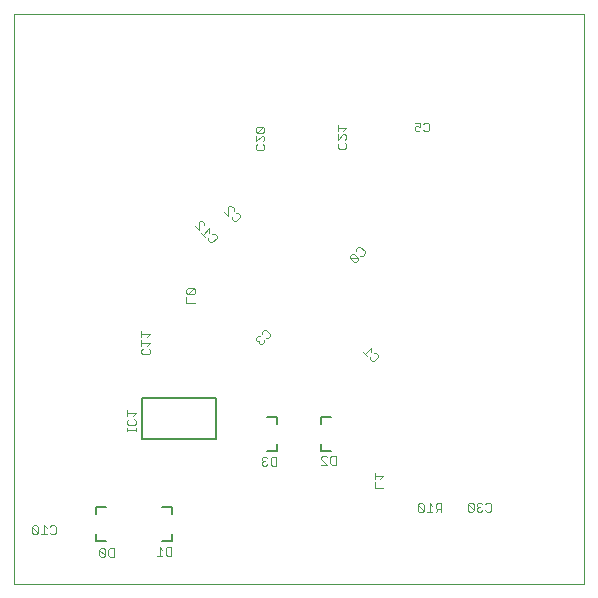
<source format=gbo>
G75*
%MOIN*%
%OFA0B0*%
%FSLAX24Y24*%
%IPPOS*%
%LPD*%
%AMOC8*
5,1,8,0,0,1.08239X$1,22.5*
%
%ADD10C,0.0000*%
%ADD11C,0.0030*%
%ADD12C,0.0060*%
D10*
X001150Y002646D02*
X001150Y021646D01*
X020150Y021646D01*
X020150Y002646D01*
X001150Y002646D01*
D11*
X001794Y004306D02*
X001891Y004306D01*
X001939Y004354D01*
X001746Y004547D01*
X001746Y004354D01*
X001794Y004306D01*
X001939Y004354D02*
X001939Y004547D01*
X001891Y004596D01*
X001794Y004596D01*
X001746Y004547D01*
X002041Y004306D02*
X002234Y004306D01*
X002137Y004306D02*
X002137Y004596D01*
X002234Y004499D01*
X002335Y004547D02*
X002384Y004596D01*
X002480Y004596D01*
X002529Y004547D01*
X002529Y004354D01*
X002480Y004306D01*
X002384Y004306D01*
X002335Y004354D01*
X003986Y003783D02*
X003986Y003589D01*
X004035Y003541D01*
X004131Y003541D01*
X004180Y003589D01*
X003986Y003783D01*
X004035Y003831D01*
X004131Y003831D01*
X004180Y003783D01*
X004180Y003589D01*
X004281Y003589D02*
X004281Y003783D01*
X004329Y003831D01*
X004474Y003831D01*
X004474Y003541D01*
X004329Y003541D01*
X004281Y003589D01*
X005897Y003586D02*
X006090Y003586D01*
X005994Y003586D02*
X005994Y003876D01*
X006090Y003780D01*
X006192Y003828D02*
X006192Y003634D01*
X006240Y003586D01*
X006385Y003586D01*
X006385Y003876D01*
X006240Y003876D01*
X006192Y003828D01*
X009397Y006634D02*
X009445Y006586D01*
X009542Y006586D01*
X009590Y006634D01*
X009692Y006634D02*
X009692Y006828D01*
X009740Y006876D01*
X009885Y006876D01*
X009885Y006586D01*
X009740Y006586D01*
X009692Y006634D01*
X009590Y006828D02*
X009542Y006876D01*
X009445Y006876D01*
X009397Y006828D01*
X009397Y006780D01*
X009445Y006731D01*
X009397Y006683D01*
X009397Y006634D01*
X009445Y006731D02*
X009494Y006731D01*
X011386Y006810D02*
X011386Y006858D01*
X011435Y006906D01*
X011531Y006906D01*
X011580Y006858D01*
X011681Y006858D02*
X011729Y006906D01*
X011874Y006906D01*
X011874Y006616D01*
X011729Y006616D01*
X011681Y006664D01*
X011681Y006858D01*
X011580Y006616D02*
X011386Y006810D01*
X011386Y006616D02*
X011580Y006616D01*
X013165Y006324D02*
X013165Y006131D01*
X013165Y006227D02*
X013455Y006227D01*
X013358Y006131D01*
X013165Y006030D02*
X013165Y005836D01*
X013455Y005836D01*
X014602Y005278D02*
X014602Y005084D01*
X014651Y005036D01*
X014747Y005036D01*
X014796Y005084D01*
X014602Y005278D01*
X014651Y005326D01*
X014747Y005326D01*
X014796Y005278D01*
X014796Y005084D01*
X014897Y005036D02*
X015090Y005036D01*
X014994Y005036D02*
X014994Y005326D01*
X015090Y005230D01*
X015192Y005278D02*
X015192Y005181D01*
X015240Y005133D01*
X015385Y005133D01*
X015288Y005133D02*
X015192Y005036D01*
X015385Y005036D02*
X015385Y005326D01*
X015240Y005326D01*
X015192Y005278D01*
X016267Y005288D02*
X016267Y005095D01*
X016316Y005047D01*
X016413Y005047D01*
X016461Y005095D01*
X016267Y005288D01*
X016316Y005337D01*
X016413Y005337D01*
X016461Y005288D01*
X016461Y005095D01*
X016562Y005095D02*
X016610Y005047D01*
X016707Y005047D01*
X016756Y005095D01*
X016857Y005095D02*
X016905Y005047D01*
X017002Y005047D01*
X017050Y005095D01*
X017050Y005288D01*
X017002Y005337D01*
X016905Y005337D01*
X016857Y005288D01*
X016756Y005288D02*
X016707Y005337D01*
X016610Y005337D01*
X016562Y005288D01*
X016562Y005240D01*
X016610Y005192D01*
X016562Y005143D01*
X016562Y005095D01*
X016610Y005192D02*
X016659Y005192D01*
X013153Y010068D02*
X013084Y010068D01*
X013016Y010137D01*
X013016Y010205D01*
X012910Y010242D02*
X012773Y010379D01*
X012842Y010311D02*
X013047Y010516D01*
X013047Y010379D01*
X013153Y010342D02*
X013221Y010342D01*
X013289Y010274D01*
X013289Y010205D01*
X013153Y010068D01*
X012551Y013379D02*
X012619Y013447D01*
X012619Y013515D01*
X012346Y013515D01*
X012483Y013379D01*
X012551Y013379D01*
X012619Y013515D02*
X012483Y013652D01*
X012414Y013652D01*
X012346Y013584D01*
X012346Y013515D01*
X012554Y013724D02*
X012554Y013792D01*
X012623Y013861D01*
X012691Y013861D01*
X012828Y013724D01*
X012828Y013655D01*
X012759Y013587D01*
X012691Y013587D01*
X009679Y010977D02*
X009679Y010909D01*
X009611Y010840D01*
X009543Y010840D01*
X009471Y010769D02*
X009471Y010700D01*
X009403Y010632D01*
X009334Y010632D01*
X009300Y010666D01*
X009300Y010735D01*
X009334Y010769D01*
X009300Y010735D02*
X009232Y010735D01*
X009197Y010769D01*
X009197Y010837D01*
X009266Y010906D01*
X009334Y010906D01*
X009406Y010977D02*
X009406Y011046D01*
X009474Y011114D01*
X009543Y011114D01*
X009679Y010977D01*
X007180Y012011D02*
X006890Y012011D01*
X006890Y012205D01*
X006938Y012306D02*
X007132Y012499D01*
X006938Y012499D01*
X006890Y012451D01*
X006890Y012354D01*
X006938Y012306D01*
X007132Y012306D01*
X007180Y012354D01*
X007180Y012451D01*
X007132Y012499D01*
X007688Y014042D02*
X007619Y014110D01*
X007619Y014179D01*
X007514Y014216D02*
X007377Y014353D01*
X007445Y014284D02*
X007650Y014489D01*
X007650Y014353D01*
X007756Y014315D02*
X007825Y014315D01*
X007893Y014247D01*
X007893Y014179D01*
X007756Y014042D01*
X007688Y014042D01*
X007305Y014424D02*
X007305Y014698D01*
X007339Y014732D01*
X007408Y014732D01*
X007476Y014664D01*
X007476Y014595D01*
X007305Y014424D02*
X007168Y014561D01*
X008152Y015053D02*
X008289Y014916D01*
X008289Y015189D01*
X008323Y015224D01*
X008391Y015224D01*
X008460Y015155D01*
X008460Y015087D01*
X008531Y015015D02*
X008600Y015015D01*
X008668Y014947D01*
X008668Y014879D01*
X008531Y014742D01*
X008463Y014742D01*
X008394Y014810D01*
X008394Y014879D01*
X009249Y017096D02*
X009201Y017144D01*
X009201Y017241D01*
X009249Y017289D01*
X009201Y017390D02*
X009394Y017584D01*
X009442Y017584D01*
X009491Y017536D01*
X009491Y017439D01*
X009442Y017390D01*
X009442Y017289D02*
X009491Y017241D01*
X009491Y017144D01*
X009442Y017096D01*
X009249Y017096D01*
X009201Y017390D02*
X009201Y017584D01*
X009249Y017685D02*
X009442Y017879D01*
X009249Y017879D01*
X009201Y017830D01*
X009201Y017733D01*
X009249Y017685D01*
X009442Y017685D01*
X009491Y017733D01*
X009491Y017830D01*
X009442Y017879D01*
X011926Y017832D02*
X012216Y017832D01*
X012119Y017735D01*
X012119Y017634D02*
X012167Y017634D01*
X012216Y017586D01*
X012216Y017489D01*
X012167Y017440D01*
X012167Y017339D02*
X012216Y017291D01*
X012216Y017194D01*
X012167Y017146D01*
X011974Y017146D01*
X011926Y017194D01*
X011926Y017291D01*
X011974Y017339D01*
X011926Y017440D02*
X011926Y017634D01*
X011926Y017735D02*
X011926Y017929D01*
X012119Y017634D02*
X011926Y017440D01*
X014492Y017770D02*
X014541Y017722D01*
X014638Y017722D01*
X014686Y017770D01*
X014686Y017867D02*
X014589Y017915D01*
X014541Y017915D01*
X014492Y017867D01*
X014492Y017770D01*
X014686Y017867D02*
X014686Y018012D01*
X014492Y018012D01*
X014787Y017963D02*
X014835Y018012D01*
X014932Y018012D01*
X014981Y017963D01*
X014981Y017770D01*
X014932Y017722D01*
X014835Y017722D01*
X014787Y017770D01*
X005675Y010978D02*
X005578Y010882D01*
X005675Y010978D02*
X005384Y010978D01*
X005384Y010882D02*
X005384Y011075D01*
X005384Y010781D02*
X005384Y010587D01*
X005384Y010684D02*
X005675Y010684D01*
X005578Y010587D01*
X005626Y010486D02*
X005675Y010437D01*
X005675Y010341D01*
X005626Y010292D01*
X005433Y010292D01*
X005384Y010341D01*
X005384Y010437D01*
X005433Y010486D01*
X004915Y008421D02*
X004915Y008227D01*
X004915Y008324D02*
X005205Y008324D01*
X005108Y008227D01*
X005157Y008126D02*
X005205Y008078D01*
X005205Y007981D01*
X005157Y007932D01*
X004963Y007932D01*
X004915Y007981D01*
X004915Y008078D01*
X004963Y008126D01*
X004915Y007833D02*
X004915Y007736D01*
X004915Y007784D02*
X005205Y007784D01*
X005205Y007736D02*
X005205Y007833D01*
D12*
X005420Y007465D02*
X007880Y007465D01*
X007880Y008827D01*
X005420Y008827D01*
X005420Y007465D01*
X006090Y005206D02*
X006410Y005206D01*
X006410Y004986D01*
X006410Y004306D02*
X006410Y004086D01*
X006090Y004086D01*
X004210Y004086D02*
X003890Y004086D01*
X003890Y004306D01*
X003890Y004986D02*
X003890Y005206D01*
X004210Y005206D01*
X009590Y007086D02*
X009910Y007086D01*
X009910Y007306D01*
X009910Y007986D02*
X009910Y008206D01*
X009590Y008206D01*
X011390Y008206D02*
X011390Y007986D01*
X011390Y008206D02*
X011710Y008206D01*
X011390Y007306D02*
X011390Y007086D01*
X011710Y007086D01*
M02*

</source>
